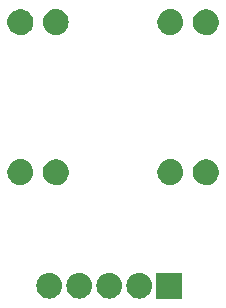
<source format=gbs>
%TF.GenerationSoftware,KiCad,Pcbnew,4.0.7-e2-6376~58~ubuntu16.04.1*%
%TF.CreationDate,2018-02-09T13:49:53-08:00*%
%TF.ProjectId,LDR-Board,4C44522D426F6172642E6B696361645F,v1.3*%
%TF.FileFunction,Soldermask,Bot*%
%FSLAX46Y46*%
G04 Gerber Fmt 4.6, Leading zero omitted, Abs format (unit mm)*
G04 Created by KiCad (PCBNEW 4.0.7-e2-6376~58~ubuntu16.04.1) date Fri Feb  9 13:49:53 2018*
%MOMM*%
%LPD*%
G01*
G04 APERTURE LIST*
%ADD10C,0.350000*%
G04 APERTURE END LIST*
D10*
G36*
X16729570Y-79696817D02*
X16729575Y-79696819D01*
X16729617Y-79696823D01*
X16933245Y-79759856D01*
X17120750Y-79861240D01*
X17284993Y-79997114D01*
X17419717Y-80162301D01*
X17519789Y-80350510D01*
X17581399Y-80554572D01*
X17602200Y-80766715D01*
X17602200Y-80777285D01*
X17602094Y-80792534D01*
X17578333Y-81004366D01*
X17513880Y-81207548D01*
X17411189Y-81394342D01*
X17274172Y-81557632D01*
X17108049Y-81691199D01*
X16919145Y-81789955D01*
X16714658Y-81850139D01*
X16714617Y-81850143D01*
X16714613Y-81850144D01*
X16502377Y-81869459D01*
X16290430Y-81847183D01*
X16290425Y-81847181D01*
X16290383Y-81847177D01*
X16086755Y-81784144D01*
X15899250Y-81682760D01*
X15735007Y-81546886D01*
X15600283Y-81381699D01*
X15500211Y-81193490D01*
X15438601Y-80989428D01*
X15417800Y-80777285D01*
X15417800Y-80766715D01*
X15417906Y-80751466D01*
X15441667Y-80539634D01*
X15506120Y-80336452D01*
X15608811Y-80149658D01*
X15745828Y-79986368D01*
X15911951Y-79852801D01*
X16100855Y-79754045D01*
X16305342Y-79693861D01*
X16305383Y-79693857D01*
X16305387Y-79693856D01*
X16517623Y-79674541D01*
X16729570Y-79696817D01*
X16729570Y-79696817D01*
G37*
G36*
X19269570Y-79696817D02*
X19269575Y-79696819D01*
X19269617Y-79696823D01*
X19473245Y-79759856D01*
X19660750Y-79861240D01*
X19824993Y-79997114D01*
X19959717Y-80162301D01*
X20059789Y-80350510D01*
X20121399Y-80554572D01*
X20142200Y-80766715D01*
X20142200Y-80777285D01*
X20142094Y-80792534D01*
X20118333Y-81004366D01*
X20053880Y-81207548D01*
X19951189Y-81394342D01*
X19814172Y-81557632D01*
X19648049Y-81691199D01*
X19459145Y-81789955D01*
X19254658Y-81850139D01*
X19254617Y-81850143D01*
X19254613Y-81850144D01*
X19042377Y-81869459D01*
X18830430Y-81847183D01*
X18830425Y-81847181D01*
X18830383Y-81847177D01*
X18626755Y-81784144D01*
X18439250Y-81682760D01*
X18275007Y-81546886D01*
X18140283Y-81381699D01*
X18040211Y-81193490D01*
X17978601Y-80989428D01*
X17957800Y-80777285D01*
X17957800Y-80766715D01*
X17957906Y-80751466D01*
X17981667Y-80539634D01*
X18046120Y-80336452D01*
X18148811Y-80149658D01*
X18285828Y-79986368D01*
X18451951Y-79852801D01*
X18640855Y-79754045D01*
X18845342Y-79693861D01*
X18845383Y-79693857D01*
X18845387Y-79693856D01*
X19057623Y-79674541D01*
X19269570Y-79696817D01*
X19269570Y-79696817D01*
G37*
G36*
X21809570Y-79696817D02*
X21809575Y-79696819D01*
X21809617Y-79696823D01*
X22013245Y-79759856D01*
X22200750Y-79861240D01*
X22364993Y-79997114D01*
X22499717Y-80162301D01*
X22599789Y-80350510D01*
X22661399Y-80554572D01*
X22682200Y-80766715D01*
X22682200Y-80777285D01*
X22682094Y-80792534D01*
X22658333Y-81004366D01*
X22593880Y-81207548D01*
X22491189Y-81394342D01*
X22354172Y-81557632D01*
X22188049Y-81691199D01*
X21999145Y-81789955D01*
X21794658Y-81850139D01*
X21794617Y-81850143D01*
X21794613Y-81850144D01*
X21582377Y-81869459D01*
X21370430Y-81847183D01*
X21370425Y-81847181D01*
X21370383Y-81847177D01*
X21166755Y-81784144D01*
X20979250Y-81682760D01*
X20815007Y-81546886D01*
X20680283Y-81381699D01*
X20580211Y-81193490D01*
X20518601Y-80989428D01*
X20497800Y-80777285D01*
X20497800Y-80766715D01*
X20497906Y-80751466D01*
X20521667Y-80539634D01*
X20586120Y-80336452D01*
X20688811Y-80149658D01*
X20825828Y-79986368D01*
X20991951Y-79852801D01*
X21180855Y-79754045D01*
X21385342Y-79693861D01*
X21385383Y-79693857D01*
X21385387Y-79693856D01*
X21597623Y-79674541D01*
X21809570Y-79696817D01*
X21809570Y-79696817D01*
G37*
G36*
X14189570Y-79696817D02*
X14189575Y-79696819D01*
X14189617Y-79696823D01*
X14393245Y-79759856D01*
X14580750Y-79861240D01*
X14744993Y-79997114D01*
X14879717Y-80162301D01*
X14979789Y-80350510D01*
X15041399Y-80554572D01*
X15062200Y-80766715D01*
X15062200Y-80777285D01*
X15062094Y-80792534D01*
X15038333Y-81004366D01*
X14973880Y-81207548D01*
X14871189Y-81394342D01*
X14734172Y-81557632D01*
X14568049Y-81691199D01*
X14379145Y-81789955D01*
X14174658Y-81850139D01*
X14174617Y-81850143D01*
X14174613Y-81850144D01*
X13962377Y-81869459D01*
X13750430Y-81847183D01*
X13750425Y-81847181D01*
X13750383Y-81847177D01*
X13546755Y-81784144D01*
X13359250Y-81682760D01*
X13195007Y-81546886D01*
X13060283Y-81381699D01*
X12960211Y-81193490D01*
X12898601Y-80989428D01*
X12877800Y-80777285D01*
X12877800Y-80766715D01*
X12877906Y-80751466D01*
X12901667Y-80539634D01*
X12966120Y-80336452D01*
X13068811Y-80149658D01*
X13205828Y-79986368D01*
X13371951Y-79852801D01*
X13560855Y-79754045D01*
X13765342Y-79693861D01*
X13765383Y-79693857D01*
X13765387Y-79693856D01*
X13977623Y-79674541D01*
X14189570Y-79696817D01*
X14189570Y-79696817D01*
G37*
G36*
X25222200Y-81864200D02*
X23037800Y-81864200D01*
X23037800Y-79679800D01*
X25222200Y-79679800D01*
X25222200Y-81864200D01*
X25222200Y-81864200D01*
G37*
G36*
X11744551Y-70089890D02*
X11744556Y-70089892D01*
X11744598Y-70089896D01*
X11948226Y-70152929D01*
X12135731Y-70254313D01*
X12299974Y-70390187D01*
X12434698Y-70555374D01*
X12534770Y-70743583D01*
X12596380Y-70947645D01*
X12617181Y-71159788D01*
X12617181Y-71170358D01*
X12617075Y-71185607D01*
X12593314Y-71397439D01*
X12528861Y-71600621D01*
X12426170Y-71787415D01*
X12289153Y-71950705D01*
X12123030Y-72084272D01*
X11934126Y-72183028D01*
X11729639Y-72243212D01*
X11729598Y-72243216D01*
X11729594Y-72243217D01*
X11517358Y-72262532D01*
X11305411Y-72240256D01*
X11305406Y-72240254D01*
X11305364Y-72240250D01*
X11101736Y-72177217D01*
X10914231Y-72075833D01*
X10749988Y-71939959D01*
X10615264Y-71774772D01*
X10515192Y-71586563D01*
X10453582Y-71382501D01*
X10432781Y-71170358D01*
X10432781Y-71159788D01*
X10432887Y-71144539D01*
X10456648Y-70932707D01*
X10521101Y-70729525D01*
X10623792Y-70542731D01*
X10760809Y-70379441D01*
X10926932Y-70245874D01*
X11115836Y-70147118D01*
X11320323Y-70086934D01*
X11320364Y-70086930D01*
X11320368Y-70086929D01*
X11532604Y-70067614D01*
X11744551Y-70089890D01*
X11744551Y-70089890D01*
G37*
G36*
X24444551Y-70089890D02*
X24444556Y-70089892D01*
X24444598Y-70089896D01*
X24648226Y-70152929D01*
X24835731Y-70254313D01*
X24999974Y-70390187D01*
X25134698Y-70555374D01*
X25234770Y-70743583D01*
X25296380Y-70947645D01*
X25317181Y-71159788D01*
X25317181Y-71170358D01*
X25317075Y-71185607D01*
X25293314Y-71397439D01*
X25228861Y-71600621D01*
X25126170Y-71787415D01*
X24989153Y-71950705D01*
X24823030Y-72084272D01*
X24634126Y-72183028D01*
X24429639Y-72243212D01*
X24429598Y-72243216D01*
X24429594Y-72243217D01*
X24217358Y-72262532D01*
X24005411Y-72240256D01*
X24005406Y-72240254D01*
X24005364Y-72240250D01*
X23801736Y-72177217D01*
X23614231Y-72075833D01*
X23449988Y-71939959D01*
X23315264Y-71774772D01*
X23215192Y-71586563D01*
X23153582Y-71382501D01*
X23132781Y-71170358D01*
X23132781Y-71159788D01*
X23132887Y-71144539D01*
X23156648Y-70932707D01*
X23221101Y-70729525D01*
X23323792Y-70542731D01*
X23460809Y-70379441D01*
X23626932Y-70245874D01*
X23815836Y-70147118D01*
X24020323Y-70086934D01*
X24020364Y-70086930D01*
X24020368Y-70086929D01*
X24232604Y-70067614D01*
X24444551Y-70089890D01*
X24444551Y-70089890D01*
G37*
G36*
X14639703Y-70073599D02*
X14849513Y-70116667D01*
X15046975Y-70199672D01*
X15224547Y-70319446D01*
X15375473Y-70471429D01*
X15494003Y-70649833D01*
X15575627Y-70847866D01*
X15617160Y-71057623D01*
X15617160Y-71057633D01*
X15617228Y-71057977D01*
X15613812Y-71302624D01*
X15613734Y-71302967D01*
X15613734Y-71302972D01*
X15566359Y-71511495D01*
X15479241Y-71707166D01*
X15355773Y-71882193D01*
X15200661Y-72029904D01*
X15019811Y-72144675D01*
X14820116Y-72222131D01*
X14609181Y-72259325D01*
X14395034Y-72254839D01*
X14185838Y-72208844D01*
X13989560Y-72123092D01*
X13813683Y-72000855D01*
X13664888Y-71846773D01*
X13548860Y-71666732D01*
X13470008Y-71467577D01*
X13431344Y-71256911D01*
X13434334Y-71042739D01*
X13478868Y-70833225D01*
X13563245Y-70636355D01*
X13684258Y-70459622D01*
X13837291Y-70309761D01*
X14016521Y-70192477D01*
X14215116Y-70112238D01*
X14425511Y-70072104D01*
X14639703Y-70073599D01*
X14639703Y-70073599D01*
G37*
G36*
X27339703Y-70073599D02*
X27549513Y-70116667D01*
X27746975Y-70199672D01*
X27924547Y-70319446D01*
X28075473Y-70471429D01*
X28194003Y-70649833D01*
X28275627Y-70847866D01*
X28317160Y-71057623D01*
X28317160Y-71057633D01*
X28317228Y-71057977D01*
X28313812Y-71302624D01*
X28313734Y-71302967D01*
X28313734Y-71302972D01*
X28266359Y-71511495D01*
X28179241Y-71707166D01*
X28055773Y-71882193D01*
X27900661Y-72029904D01*
X27719811Y-72144675D01*
X27520116Y-72222131D01*
X27309181Y-72259325D01*
X27095034Y-72254839D01*
X26885838Y-72208844D01*
X26689560Y-72123092D01*
X26513683Y-72000855D01*
X26364888Y-71846773D01*
X26248860Y-71666732D01*
X26170008Y-71467577D01*
X26131344Y-71256911D01*
X26134334Y-71042739D01*
X26178868Y-70833225D01*
X26263245Y-70636355D01*
X26384258Y-70459622D01*
X26537291Y-70309761D01*
X26716521Y-70192477D01*
X26915116Y-70112238D01*
X27125511Y-70072104D01*
X27339703Y-70073599D01*
X27339703Y-70073599D01*
G37*
G36*
X24444551Y-57389890D02*
X24444556Y-57389892D01*
X24444598Y-57389896D01*
X24648226Y-57452929D01*
X24835731Y-57554313D01*
X24999974Y-57690187D01*
X25134698Y-57855374D01*
X25234770Y-58043583D01*
X25296380Y-58247645D01*
X25317181Y-58459788D01*
X25317181Y-58470358D01*
X25317075Y-58485607D01*
X25293314Y-58697439D01*
X25228861Y-58900621D01*
X25126170Y-59087415D01*
X24989153Y-59250705D01*
X24823030Y-59384272D01*
X24634126Y-59483028D01*
X24429639Y-59543212D01*
X24429598Y-59543216D01*
X24429594Y-59543217D01*
X24217358Y-59562532D01*
X24005411Y-59540256D01*
X24005406Y-59540254D01*
X24005364Y-59540250D01*
X23801736Y-59477217D01*
X23614231Y-59375833D01*
X23449988Y-59239959D01*
X23315264Y-59074772D01*
X23215192Y-58886563D01*
X23153582Y-58682501D01*
X23132781Y-58470358D01*
X23132781Y-58459788D01*
X23132887Y-58444539D01*
X23156648Y-58232707D01*
X23221101Y-58029525D01*
X23323792Y-57842731D01*
X23460809Y-57679441D01*
X23626932Y-57545874D01*
X23815836Y-57447118D01*
X24020323Y-57386934D01*
X24020364Y-57386930D01*
X24020368Y-57386929D01*
X24232604Y-57367614D01*
X24444551Y-57389890D01*
X24444551Y-57389890D01*
G37*
G36*
X14744551Y-57389890D02*
X14744556Y-57389892D01*
X14744598Y-57389896D01*
X14948226Y-57452929D01*
X15135731Y-57554313D01*
X15299974Y-57690187D01*
X15434698Y-57855374D01*
X15534770Y-58043583D01*
X15596380Y-58247645D01*
X15617181Y-58459788D01*
X15617181Y-58470358D01*
X15617075Y-58485607D01*
X15593314Y-58697439D01*
X15528861Y-58900621D01*
X15426170Y-59087415D01*
X15289153Y-59250705D01*
X15123030Y-59384272D01*
X14934126Y-59483028D01*
X14729639Y-59543212D01*
X14729598Y-59543216D01*
X14729594Y-59543217D01*
X14517358Y-59562532D01*
X14305411Y-59540256D01*
X14305406Y-59540254D01*
X14305364Y-59540250D01*
X14101736Y-59477217D01*
X13914231Y-59375833D01*
X13749988Y-59239959D01*
X13615264Y-59074772D01*
X13515192Y-58886563D01*
X13453582Y-58682501D01*
X13432781Y-58470358D01*
X13432781Y-58459788D01*
X13432887Y-58444539D01*
X13456648Y-58232707D01*
X13521101Y-58029525D01*
X13623792Y-57842731D01*
X13760809Y-57679441D01*
X13926932Y-57545874D01*
X14115836Y-57447118D01*
X14320323Y-57386934D01*
X14320364Y-57386930D01*
X14320368Y-57386929D01*
X14532604Y-57367614D01*
X14744551Y-57389890D01*
X14744551Y-57389890D01*
G37*
G36*
X27339703Y-57373599D02*
X27549513Y-57416667D01*
X27746975Y-57499672D01*
X27924547Y-57619446D01*
X28075473Y-57771429D01*
X28194003Y-57949833D01*
X28275627Y-58147866D01*
X28317160Y-58357623D01*
X28317160Y-58357633D01*
X28317228Y-58357977D01*
X28313812Y-58602624D01*
X28313734Y-58602967D01*
X28313734Y-58602972D01*
X28266359Y-58811495D01*
X28179241Y-59007166D01*
X28055773Y-59182193D01*
X27900661Y-59329904D01*
X27719811Y-59444675D01*
X27520116Y-59522131D01*
X27309181Y-59559325D01*
X27095034Y-59554839D01*
X26885838Y-59508844D01*
X26689560Y-59423092D01*
X26513683Y-59300855D01*
X26364888Y-59146773D01*
X26248860Y-58966732D01*
X26170008Y-58767577D01*
X26131344Y-58556911D01*
X26134334Y-58342739D01*
X26178868Y-58133225D01*
X26263245Y-57936355D01*
X26384258Y-57759622D01*
X26537291Y-57609761D01*
X26716521Y-57492477D01*
X26915116Y-57412238D01*
X27125511Y-57372104D01*
X27339703Y-57373599D01*
X27339703Y-57373599D01*
G37*
G36*
X11639703Y-57373599D02*
X11849513Y-57416667D01*
X12046975Y-57499672D01*
X12224547Y-57619446D01*
X12375473Y-57771429D01*
X12494003Y-57949833D01*
X12575627Y-58147866D01*
X12617160Y-58357623D01*
X12617160Y-58357633D01*
X12617228Y-58357977D01*
X12613812Y-58602624D01*
X12613734Y-58602967D01*
X12613734Y-58602972D01*
X12566359Y-58811495D01*
X12479241Y-59007166D01*
X12355773Y-59182193D01*
X12200661Y-59329904D01*
X12019811Y-59444675D01*
X11820116Y-59522131D01*
X11609181Y-59559325D01*
X11395034Y-59554839D01*
X11185838Y-59508844D01*
X10989560Y-59423092D01*
X10813683Y-59300855D01*
X10664888Y-59146773D01*
X10548860Y-58966732D01*
X10470008Y-58767577D01*
X10431344Y-58556911D01*
X10434334Y-58342739D01*
X10478868Y-58133225D01*
X10563245Y-57936355D01*
X10684258Y-57759622D01*
X10837291Y-57609761D01*
X11016521Y-57492477D01*
X11215116Y-57412238D01*
X11425511Y-57372104D01*
X11639703Y-57373599D01*
X11639703Y-57373599D01*
G37*
M02*

</source>
